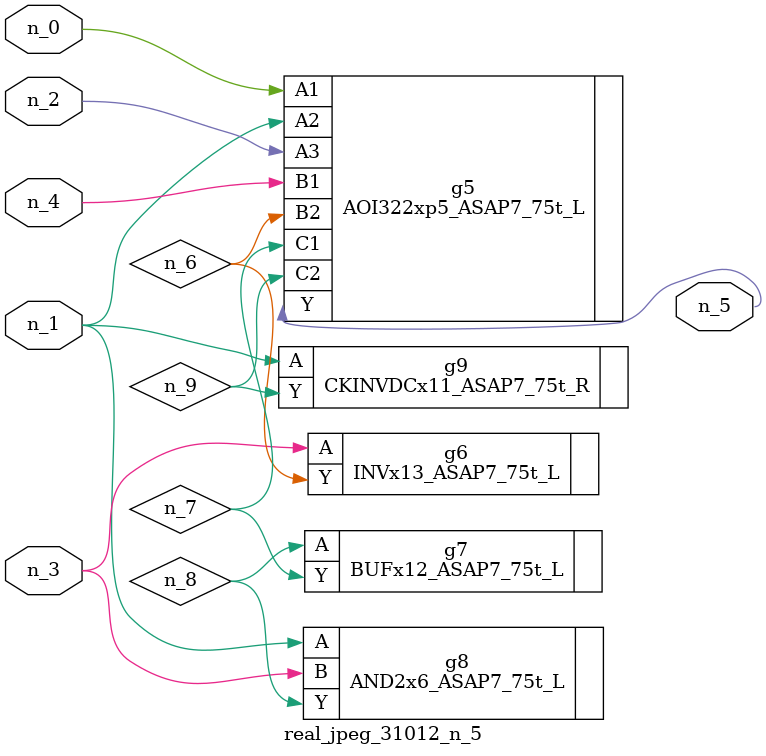
<source format=v>
module real_jpeg_31012_n_5 (n_4, n_0, n_1, n_2, n_3, n_5);

input n_4;
input n_0;
input n_1;
input n_2;
input n_3;

output n_5;

wire n_8;
wire n_6;
wire n_7;
wire n_9;

AOI322xp5_ASAP7_75t_L g5 ( 
.A1(n_0),
.A2(n_1),
.A3(n_2),
.B1(n_4),
.B2(n_6),
.C1(n_7),
.C2(n_9),
.Y(n_5)
);

AND2x6_ASAP7_75t_L g8 ( 
.A(n_1),
.B(n_3),
.Y(n_8)
);

CKINVDCx11_ASAP7_75t_R g9 ( 
.A(n_1),
.Y(n_9)
);

INVx13_ASAP7_75t_L g6 ( 
.A(n_3),
.Y(n_6)
);

BUFx12_ASAP7_75t_L g7 ( 
.A(n_8),
.Y(n_7)
);


endmodule
</source>
